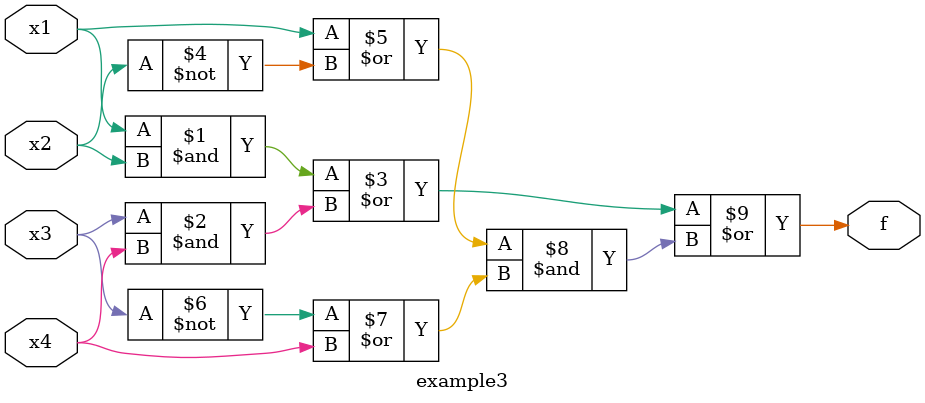
<source format=v>
module example3(x1,x2,x3,x4,f);
input x1,x2,x3,x4;
output f;
assign f=((x1&x2)|(x3&x4))|((x1|(~x2))&((~x3)|x4));
endmodule

</source>
